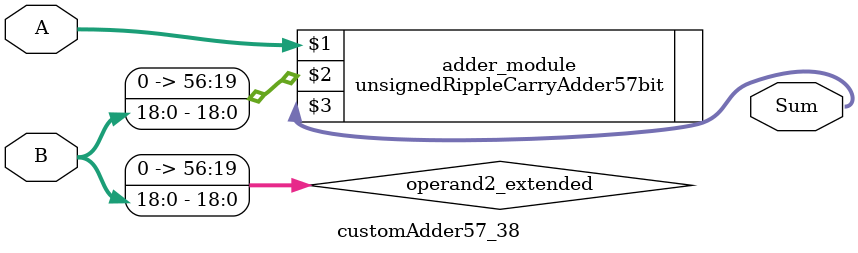
<source format=v>
module customAdder57_38(
                        input [56 : 0] A,
                        input [18 : 0] B,
                        
                        output [57 : 0] Sum
                );

        wire [56 : 0] operand2_extended;
        
        assign operand2_extended =  {38'b0, B};
        
        unsignedRippleCarryAdder57bit adder_module(
            A,
            operand2_extended,
            Sum
        );
        
        endmodule
        
</source>
